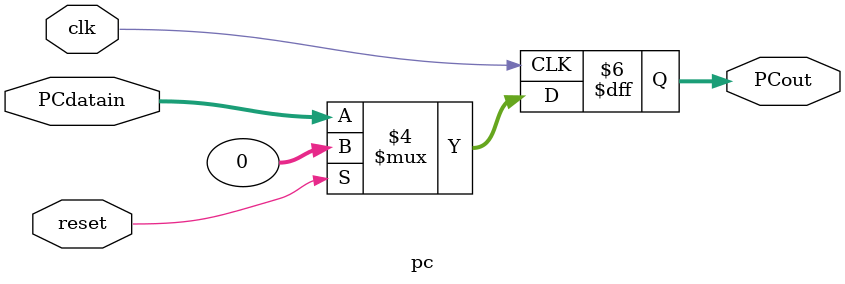
<source format=v>
module pc (
    input wire clk,           // Señal de reloj
    input wire reset,         // Señal de reinicio
    input wire [31:0] PCdatain, // Entrada de datos
    output reg [31:0] PCout
);

always @(negedge clk) begin
    if (reset == 1) begin
        PCout <= 32'b00000000000000000000000000000000;
    end
    else begin
        PCout <= PCdatain;
    end
end

endmodule
</source>
